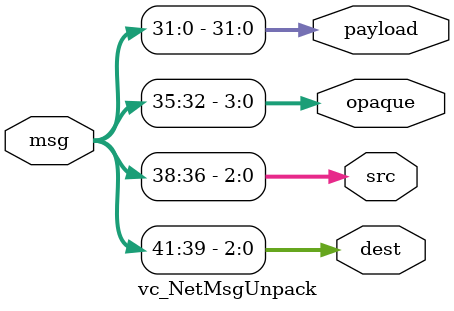
<source format=v>

`ifndef VC_NET_MSGS_V
`define VC_NET_MSGS_V


// Size of message

`define VC_NET_MSG_NBITS(p_,o_,s_)       p_ + o_ + ( 2 * s_ )

// Payload field

`define VC_NET_MSG_PAYLOAD_NBITS(p_,o_,s_)  p_

`define VC_NET_MSG_PAYLOAD_MSB(p_,o_,s_)                                \
  ( `VC_NET_MSG_PAYLOAD_NBITS(p_,o_,s_) - 1 )

`define VC_NET_MSG_PAYLOAD_FIELD(p_,o_,s_)                              \
  ( `VC_NET_MSG_PAYLOAD_MSB(p_,o_,s_) ) : 0

// Opaque field

`define VC_NET_MSG_OPAQUE_NBITS(p_,o_,s_) o_

`define VC_NET_MSG_OPAQUE_MSB(p_,o_,s_)                                 \
  ( `VC_NET_MSG_PAYLOAD_MSB(p_,o_,s_) +                                 \
  `VC_NET_MSG_OPAQUE_NBITS(p_,o_,s_) )

`define VC_NET_MSG_OPAQUE_FIELD(p_,o_,s_)                               \
  ( `VC_NET_MSG_OPAQUE_MSB(p_,o_,s_) ) :                                \
  ( `VC_NET_MSG_PAYLOAD_MSB(p_,o_,s_) + 1 )

// Source field

`define VC_NET_MSG_SRC_NBITS(p_,o_,s_) s_

`define VC_NET_MSG_SRC_MSB(p_,o_,s_)                                    \
  ( `VC_NET_MSG_OPAQUE_MSB(p_,o_,s_) + `VC_NET_MSG_SRC_NBITS(p_,o_,s_) )

`define VC_NET_MSG_SRC_FIELD(p_,o_,s_)                                  \
  ( `VC_NET_MSG_SRC_MSB(p_,o_,s_) ) :                                   \
  ( `VC_NET_MSG_OPAQUE_MSB(p_,o_,s_) + 1 )

// Destination field

`define VC_NET_MSG_DEST_NBITS(p_,o_,s_) s_

`define VC_NET_MSG_DEST_MSB(p_,o_,s_)                                   \
  ( `VC_NET_MSG_SRC_MSB(p_,o_,s_) + `VC_NET_MSG_DEST_NBITS(p_,o_,s_) )

`define VC_NET_MSG_DEST_FIELD(p_,o_,s_)                                 \
  ( `VC_NET_MSG_DEST_MSB(p_,o_,s_) ) :                                  \
  ( `VC_NET_MSG_SRC_MSB(p_,o_,s_) + 1 )

//-------------------------------------------------------------------------
// Pack network message
//-------------------------------------------------------------------------

module vc_NetMsgPack
#(
  parameter p_payload_nbits = 32,
  parameter p_opaque_nbits  = 4,
  parameter p_srcdest_nbits = 3,

  // Shorter names, not to be set from outside the module
  parameter p = p_payload_nbits,
  parameter o = p_opaque_nbits,
  parameter s = p_srcdest_nbits
)
(
  // Input message

  input [`VC_NET_MSG_DEST_NBITS(p,o,s)-1:0]    dest,
  input [`VC_NET_MSG_SRC_NBITS(p,o,s)-1:0]     src,
  input [`VC_NET_MSG_OPAQUE_NBITS(p,o,s)-1:0]  opaque,
  input [`VC_NET_MSG_PAYLOAD_NBITS(p,o,s)-1:0] payload,

  // Output msg

  output [`VC_NET_MSG_NBITS(p,o,s)-1:0]        msg
);

  assign msg[`VC_NET_MSG_DEST_FIELD(p,o,s)]    = dest;
  assign msg[`VC_NET_MSG_SRC_FIELD(p,o,s)]     = src;
  assign msg[`VC_NET_MSG_OPAQUE_FIELD(p,o,s)]  = opaque;
  assign msg[`VC_NET_MSG_PAYLOAD_FIELD(p,o,s)] = payload;

endmodule

//-------------------------------------------------------------------------
// Unpack network message
//-------------------------------------------------------------------------

module vc_NetMsgUnpack
#(
  parameter p_payload_nbits = 32,
  parameter p_opaque_nbits  = 4,
  parameter p_srcdest_nbits = 3,

  // Shorter names, not to be set from outside the module
  parameter p = p_payload_nbits,
  parameter o = p_opaque_nbits,
  parameter s = p_srcdest_nbits
)
(
  // Input message

  input  [`VC_NET_MSG_NBITS(p,o,s)-1:0] msg,

  // Output message

  output [`VC_NET_MSG_DEST_NBITS(p,o,s)-1:0]    dest,
  output [`VC_NET_MSG_SRC_NBITS(p,o,s)-1:0]     src,
  output [`VC_NET_MSG_OPAQUE_NBITS(p,o,s)-1:0]  opaque,
  output [`VC_NET_MSG_PAYLOAD_NBITS(p,o,s)-1:0] payload
);

  assign dest    = msg[`VC_NET_MSG_DEST_FIELD(p,o,s)];
  assign src     = msg[`VC_NET_MSG_SRC_FIELD(p,o,s)];
  assign opaque  = msg[`VC_NET_MSG_OPAQUE_FIELD(p,o,s)];
  assign payload = msg[`VC_NET_MSG_PAYLOAD_FIELD(p,o,s)];

endmodule

`endif /* VC_NET_MSGS_V */

</source>
